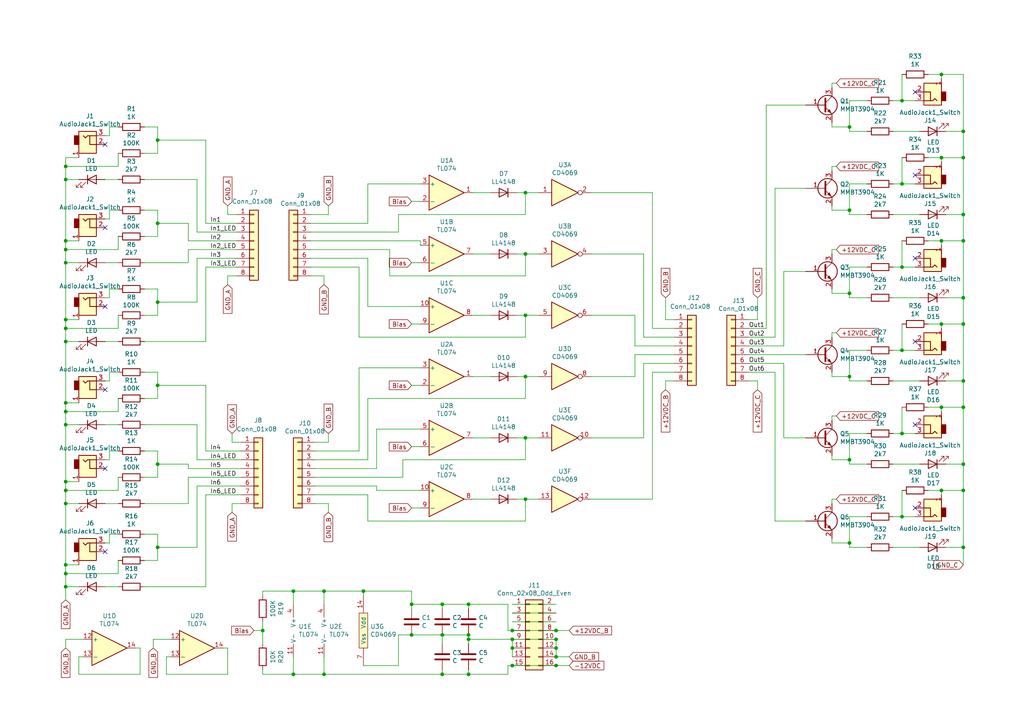
<source format=kicad_sch>
(kicad_sch (version 20250114) (generator "eeschema") (generator_version "9.0")
  (paper "A4")
  (junction (at 273.05 118.11))
  (junction (at 76.2 182.88))
  (junction (at 279.4 69.85))
  (junction (at 152.4 91.44))
  (junction (at 261.62 77.47))
  (junction (at 279.4 142.24))
  (junction (at 279.4 45.72))
  (junction (at 128.27 184.15))
  (junction (at 105.41 171.45))
  (junction (at 45.72 87.63))
  (junction (at 279.4 86.36))
  (junction (at 148.59 185.42))
  (junction (at 93.98 195.58))
  (junction (at 19.05 166.37))
  (junction (at 261.62 101.6))
  (junction (at 279.4 118.11))
  (junction (at 45.72 40.64))
  (junction (at 273.05 93.98))
  (junction (at 279.4 134.62))
  (junction (at 85.09 171.45))
  (junction (at 246.38 109.22))
  (junction (at 161.29 193.04))
  (junction (at 161.29 190.5))
  (junction (at 279.4 38.1))
  (junction (at 135.89 195.58))
  (junction (at 19.05 69.85))
  (junction (at 93.98 171.45))
  (junction (at 246.38 85.09))
  (junction (at 19.05 48.26))
  (junction (at 85.09 195.58))
  (junction (at 19.05 119.38))
  (junction (at 152.4 73.66))
  (junction (at 152.4 144.78))
  (junction (at 279.4 158.75))
  (junction (at 261.62 29.21))
  (junction (at 119.38 184.15))
  (junction (at 19.05 170.18))
  (junction (at 273.05 21.59))
  (junction (at 152.4 127))
  (junction (at 273.05 142.24))
  (junction (at 45.72 158.75))
  (junction (at 19.05 163.83))
  (junction (at 152.4 109.22))
  (junction (at 45.72 134.62))
  (junction (at 19.05 142.24))
  (junction (at 135.89 185.42))
  (junction (at 128.27 195.58))
  (junction (at 161.29 187.96))
  (junction (at 273.05 45.72))
  (junction (at 246.38 157.48))
  (junction (at 279.4 110.49))
  (junction (at 246.38 60.96))
  (junction (at 261.62 149.86))
  (junction (at 45.72 111.76))
  (junction (at 135.89 175.26))
  (junction (at 19.05 99.06))
  (junction (at 161.29 182.88))
  (junction (at 19.05 139.7))
  (junction (at 19.05 146.05))
  (junction (at 161.29 185.42))
  (junction (at 261.62 125.73))
  (junction (at 19.05 76.2))
  (junction (at 246.38 133.35))
  (junction (at 19.05 123.19))
  (junction (at 148.59 193.04))
  (junction (at 135.89 184.15))
  (junction (at 261.62 53.34))
  (junction (at 19.05 116.84))
  (junction (at 45.72 64.77))
  (junction (at 19.05 95.25))
  (junction (at 246.38 36.83))
  (junction (at 152.4 55.88))
  (junction (at 119.38 175.26))
  (junction (at 19.05 72.39))
  (junction (at 273.05 69.85))
  (junction (at 148.59 187.96))
  (junction (at 279.4 62.23))
  (junction (at 279.4 93.98))
  (junction (at 128.27 175.26))
  (junction (at 19.05 92.71))
  (junction (at 19.05 52.07))
  (junction (at 148.59 182.88))
  (no_connect (at 265.43 123.19))
  (no_connect (at 265.43 147.32))
  (no_connect (at 30.48 113.03))
  (no_connect (at 265.43 26.67))
  (no_connect (at 30.48 41.91))
  (no_connect (at 30.48 135.89))
  (no_connect (at 265.43 99.06))
  (no_connect (at 30.48 88.9))
  (no_connect (at 30.48 66.04))
  (no_connect (at 265.43 50.8))
  (no_connect (at 30.48 160.02))
  (no_connect (at 265.43 74.93))
  (wire (pts (xy 34.29 72.39) (xy 19.05 72.39)))
  (wire (pts (xy 41.91 146.05) (xy 54.61 146.05)))
  (wire (pts (xy 54.61 64.77) (xy 54.61 69.85)))
  (wire (pts (xy 165.1 193.04) (xy 161.29 193.04)))
  (wire (pts (xy 34.29 48.26) (xy 19.05 48.26)))
  (wire (pts (xy 137.16 127) (xy 142.24 127)))
  (wire (pts (xy 41.91 52.07) (xy 57.15 52.07)))
  (wire (pts (xy 104.14 130.81) (xy 104.14 106.68)))
  (wire (pts (xy 242.57 72.39) (xy 241.3 72.39)))
  (wire (pts (xy 261.62 77.47) (xy 265.43 77.47)))
  (wire (pts (xy 193.04 92.71) (xy 195.58 92.71)))
  (wire (pts (xy 45.72 87.63) (xy 45.72 91.44)))
  (wire (pts (xy 148.59 190.5) (xy 148.59 187.96)))
  (wire (pts (xy 137.16 55.88) (xy 142.24 55.88)))
  (wire (pts (xy 246.38 53.34) (xy 246.38 60.96)))
  (wire (pts (xy 54.61 135.89) (xy 54.61 134.62)))
  (wire (pts (xy 149.86 55.88) (xy 152.4 55.88)))
  (wire (pts (xy 34.29 68.58) (xy 34.29 72.39)))
  (wire (pts (xy 30.48 157.48) (xy 31.75 157.48)))
  (wire (pts (xy 217.17 110.49) (xy 219.71 110.49)))
  (wire (pts (xy 57.15 158.75) (xy 45.72 158.75)))
  (wire (pts (xy 279.4 62.23) (xy 279.4 69.85)))
  (wire (pts (xy 148.59 175.26) (xy 161.29 175.26)))
  (wire (pts (xy 147.32 195.58) (xy 147.32 193.04)))
  (wire (pts (xy 45.72 134.62) (xy 45.72 138.43)))
  (wire (pts (xy 279.4 118.11) (xy 279.4 134.62)))
  (wire (pts (xy 279.4 134.62) (xy 279.4 142.24)))
  (wire (pts (xy 19.05 142.24) (xy 19.05 146.05)))
  (wire (pts (xy 93.98 195.58) (xy 93.98 190.5)))
  (wire (pts (xy 193.04 110.49) (xy 193.04 113.03)))
  (wire (pts (xy 152.4 133.35) (xy 152.4 127)))
  (wire (pts (xy 273.05 45.72) (xy 273.05 46.99)))
  (wire (pts (xy 121.92 69.85) (xy 121.92 71.12)))
  (wire (pts (xy 259.08 149.86) (xy 261.62 149.86)))
  (wire (pts (xy 106.68 143.51) (xy 106.68 151.13)))
  (wire (pts (xy 67.31 128.27) (xy 67.31 125.73)))
  (wire (pts (xy 67.31 146.05) (xy 67.31 148.59)))
  (wire (pts (xy 34.29 170.18) (xy 30.48 170.18)))
  (wire (pts (xy 41.91 170.18) (xy 59.69 170.18)))
  (wire (pts (xy 45.72 64.77) (xy 45.72 68.58)))
  (wire (pts (xy 186.69 127) (xy 171.45 127)))
  (wire (pts (xy 261.62 21.59) (xy 261.62 29.21)))
  (wire (pts (xy 90.17 67.31) (xy 115.57 67.31)))
  (wire (pts (xy 241.3 132.08) (xy 241.3 133.35)))
  (wire (pts (xy 195.58 105.41) (xy 186.69 105.41)))
  (wire (pts (xy 49.53 185.42) (xy 44.45 185.42)))
  (wire (pts (xy 95.25 59.69) (xy 95.25 62.23)))
  (wire (pts (xy 195.58 107.95) (xy 189.23 107.95)))
  (wire (pts (xy 279.4 45.72) (xy 273.05 45.72)))
  (wire (pts (xy 128.27 186.69) (xy 128.27 184.15)))
  (wire (pts (xy 31.75 63.5) (xy 31.75 60.96)))
  (wire (pts (xy 251.46 29.21) (xy 246.38 29.21)))
  (wire (pts (xy 273.05 69.85) (xy 273.05 71.12)))
  (wire (pts (xy 217.17 92.71) (xy 219.71 92.71)))
  (wire (pts (xy 31.75 107.95) (xy 34.29 107.95)))
  (wire (pts (xy 259.08 110.49) (xy 266.7 110.49)))
  (wire (pts (xy 242.57 48.26) (xy 241.3 48.26)))
  (wire (pts (xy 152.4 144.78) (xy 156.21 144.78)))
  (wire (pts (xy 224.79 107.95) (xy 224.79 151.13)))
  (wire (pts (xy 106.68 64.77) (xy 106.68 53.34)))
  (wire (pts (xy 45.72 36.83) (xy 45.72 40.64)))
  (wire (pts (xy 91.44 146.05) (xy 95.25 146.05)))
  (wire (pts (xy 104.14 97.79) (xy 152.4 97.79)))
  (wire (pts (xy 22.86 190.5) (xy 24.13 190.5)))
  (wire (pts (xy 147.32 182.88) (xy 147.32 175.26)))
  (wire (pts (xy 184.15 91.44) (xy 184.15 100.33)))
  (wire (pts (xy 273.05 118.11) (xy 273.05 119.38)))
  (wire (pts (xy 19.05 69.85) (xy 22.86 69.85)))
  (wire (pts (xy 161.29 193.04) (xy 148.59 193.04)))
  (wire (pts (xy 246.38 38.1) (xy 251.46 38.1)))
  (wire (pts (xy 69.85 140.97) (xy 57.15 140.97)))
  (wire (pts (xy 246.38 29.21) (xy 246.38 36.83)))
  (wire (pts (xy 19.05 146.05) (xy 19.05 163.83)))
  (wire (pts (xy 106.68 115.57) (xy 152.4 115.57)))
  (wire (pts (xy 193.04 86.36) (xy 193.04 92.71)))
  (wire (pts (xy 59.69 111.76) (xy 59.69 130.81)))
  (wire (pts (xy 279.4 69.85) (xy 273.05 69.85)))
  (wire (pts (xy 241.3 156.21) (xy 241.3 157.48)))
  (wire (pts (xy 34.29 99.06) (xy 30.48 99.06)))
  (wire (pts (xy 119.38 171.45) (xy 119.38 175.26)))
  (wire (pts (xy 34.29 146.05) (xy 30.48 146.05)))
  (wire (pts (xy 279.4 163.83) (xy 279.4 158.75)))
  (wire (pts (xy 121.92 147.32) (xy 119.38 147.32)))
  (wire (pts (xy 119.38 175.26) (xy 119.38 176.53)))
  (wire (pts (xy 91.44 138.43) (xy 116.84 138.43)))
  (wire (pts (xy 119.38 58.42) (xy 121.92 58.42)))
  (wire (pts (xy 251.46 125.73) (xy 246.38 125.73)))
  (wire (pts (xy 57.15 140.97) (xy 57.15 158.75)))
  (wire (pts (xy 31.75 130.81) (xy 34.29 130.81)))
  (wire (pts (xy 269.24 69.85) (xy 273.05 69.85)))
  (wire (pts (xy 68.58 62.23) (xy 66.04 62.23)))
  (wire (pts (xy 85.09 171.45) (xy 76.2 171.45)))
  (wire (pts (xy 119.38 184.15) (xy 128.27 184.15)))
  (wire (pts (xy 22.86 76.2) (xy 19.05 76.2)))
  (wire (pts (xy 274.32 86.36) (xy 279.4 86.36)))
  (wire (pts (xy 106.68 133.35) (xy 106.68 115.57)))
  (wire (pts (xy 45.72 154.94) (xy 45.72 158.75)))
  (wire (pts (xy 279.4 93.98) (xy 273.05 93.98)))
  (wire (pts (xy 279.4 142.24) (xy 273.05 142.24)))
  (wire (pts (xy 19.05 163.83) (xy 22.86 163.83)))
  (wire (pts (xy 121.92 129.54) (xy 119.38 129.54)))
  (wire (pts (xy 95.25 146.05) (xy 95.25 148.59)))
  (wire (pts (xy 152.4 109.22) (xy 156.21 109.22)))
  (wire (pts (xy 30.48 39.37) (xy 31.75 39.37)))
  (wire (pts (xy 57.15 67.31) (xy 68.58 67.31)))
  (wire (pts (xy 261.62 101.6) (xy 265.43 101.6)))
  (wire (pts (xy 116.84 138.43) (xy 116.84 133.35)))
  (wire (pts (xy 242.57 96.52) (xy 241.3 96.52)))
  (wire (pts (xy 274.32 110.49) (xy 279.4 110.49)))
  (wire (pts (xy 222.25 95.25) (xy 222.25 30.48)))
  (wire (pts (xy 41.91 123.19) (xy 57.15 123.19)))
  (wire (pts (xy 269.24 93.98) (xy 273.05 93.98)))
  (wire (pts (xy 161.29 185.42) (xy 161.29 187.96)))
  (wire (pts (xy 41.91 83.82) (xy 45.72 83.82)))
  (wire (pts (xy 116.84 133.35) (xy 152.4 133.35)))
  (wire (pts (xy 161.29 182.88) (xy 148.59 182.88)))
  (wire (pts (xy 66.04 62.23) (xy 66.04 59.69)))
  (wire (pts (xy 184.15 109.22) (xy 171.45 109.22)))
  (wire (pts (xy 246.38 133.35) (xy 246.38 134.62)))
  (wire (pts (xy 273.05 21.59) (xy 273.05 22.86)))
  (wire (pts (xy 113.03 80.01) (xy 152.4 80.01)))
  (wire (pts (xy 54.61 72.39) (xy 54.61 76.2)))
  (wire (pts (xy 45.72 162.56) (xy 41.91 162.56)))
  (wire (pts (xy 109.22 142.24) (xy 121.92 142.24)))
  (wire (pts (xy 57.15 123.19) (xy 57.15 133.35)))
  (wire (pts (xy 219.71 110.49) (xy 219.71 113.03)))
  (wire (pts (xy 279.4 21.59) (xy 273.05 21.59)))
  (wire (pts (xy 85.09 171.45) (xy 93.98 171.45)))
  (wire (pts (xy 31.75 36.83) (xy 34.29 36.83)))
  (wire (pts (xy 54.61 69.85) (xy 68.58 69.85)))
  (wire (pts (xy 227.33 105.41) (xy 227.33 127)))
  (wire (pts (xy 274.32 158.75) (xy 279.4 158.75)))
  (wire (pts (xy 246.38 85.09) (xy 246.38 86.36)))
  (wire (pts (xy 19.05 170.18) (xy 19.05 173.99)))
  (wire (pts (xy 128.27 175.26) (xy 128.27 176.53)))
  (wire (pts (xy 119.38 175.26) (xy 128.27 175.26)))
  (wire (pts (xy 269.24 21.59) (xy 273.05 21.59)))
  (wire (pts (xy 41.91 76.2) (xy 54.61 76.2)))
  (wire (pts (xy 19.05 76.2) (xy 19.05 92.71)))
  (wire (pts (xy 137.16 73.66) (xy 142.24 73.66)))
  (wire (pts (xy 95.25 128.27) (xy 91.44 128.27)))
  (wire (pts (xy 34.29 138.43) (xy 34.29 142.24)))
  (wire (pts (xy 161.29 180.34) (xy 148.59 180.34)))
  (wire (pts (xy 259.08 38.1) (xy 266.7 38.1)))
  (wire (pts (xy 259.08 125.73) (xy 261.62 125.73)))
  (wire (pts (xy 57.15 133.35) (xy 69.85 133.35)))
  (wire (pts (xy 149.86 73.66) (xy 152.4 73.66)))
  (wire (pts (xy 186.69 105.41) (xy 186.69 127)))
  (wire (pts (xy 31.75 60.96) (xy 34.29 60.96)))
  (wire (pts (xy 135.89 175.26) (xy 128.27 175.26)))
  (wire (pts (xy 41.91 36.83) (xy 45.72 36.83)))
  (wire (pts (xy 161.29 185.42) (xy 148.59 185.42)))
  (wire (pts (xy 246.38 125.73) (xy 246.38 133.35)))
  (wire (pts (xy 149.86 127) (xy 152.4 127)))
  (wire (pts (xy 45.72 91.44) (xy 41.91 91.44)))
  (wire (pts (xy 189.23 144.78) (xy 171.45 144.78)))
  (wire (pts (xy 246.38 101.6) (xy 246.38 109.22)))
  (wire (pts (xy 19.05 116.84) (xy 22.86 116.84)))
  (wire (pts (xy 241.3 36.83) (xy 246.38 36.83)))
  (wire (pts (xy 189.23 107.95) (xy 189.23 144.78)))
  (wire (pts (xy 76.2 171.45) (xy 76.2 172.72)))
  (wire (pts (xy 274.32 38.1) (xy 279.4 38.1)))
  (wire (pts (xy 31.75 133.35) (xy 31.75 130.81)))
  (wire (pts (xy 135.89 175.26) (xy 135.89 176.53)))
  (wire (pts (xy 22.86 195.58) (xy 22.86 190.5)))
  (wire (pts (xy 34.29 166.37) (xy 19.05 166.37)))
  (wire (pts (xy 246.38 158.75) (xy 251.46 158.75)))
  (wire (pts (xy 147.32 193.04) (xy 148.59 193.04)))
  (wire (pts (xy 45.72 44.45) (xy 41.91 44.45)))
  (wire (pts (xy 90.17 80.01) (xy 93.98 80.01)))
  (wire (pts (xy 30.48 133.35) (xy 31.75 133.35)))
  (wire (pts (xy 90.17 69.85) (xy 121.92 69.85)))
  (wire (pts (xy 54.61 138.43) (xy 54.61 146.05)))
  (wire (pts (xy 31.75 110.49) (xy 31.75 107.95)))
  (wire (pts (xy 259.08 53.34) (xy 261.62 53.34)))
  (wire (pts (xy 93.98 171.45) (xy 93.98 175.26)))
  (wire (pts (xy 34.29 91.44) (xy 34.29 95.25)))
  (wire (pts (xy 41.91 60.96) (xy 45.72 60.96)))
  (wire (pts (xy 39.37 187.96) (xy 40.64 187.96)))
  (wire (pts (xy 246.38 36.83) (xy 246.38 38.1)))
  (wire (pts (xy 19.05 116.84) (xy 19.05 119.38)))
  (wire (pts (xy 241.3 109.22) (xy 246.38 109.22)))
  (wire (pts (xy 149.86 109.22) (xy 152.4 109.22)))
  (wire (pts (xy 279.4 21.59) (xy 279.4 38.1)))
  (wire (pts (xy 233.68 78.74) (xy 227.33 78.74)))
  (wire (pts (xy 19.05 185.42) (xy 19.05 187.96)))
  (wire (pts (xy 186.69 73.66) (xy 186.69 97.79)))
  (wire (pts (xy 59.69 143.51) (xy 59.69 170.18)))
  (wire (pts (xy 106.68 151.13) (xy 152.4 151.13)))
  (wire (pts (xy 68.58 64.77) (xy 59.69 64.77)))
  (wire (pts (xy 105.41 171.45) (xy 119.38 171.45)))
  (wire (pts (xy 251.46 77.47) (xy 246.38 77.47)))
  (wire (pts (xy 115.57 62.23) (xy 152.4 62.23)))
  (wire (pts (xy 152.4 55.88) (xy 156.21 55.88)))
  (wire (pts (xy 241.3 60.96) (xy 246.38 60.96)))
  (wire (pts (xy 261.62 53.34) (xy 265.43 53.34)))
  (wire (pts (xy 57.15 87.63) (xy 45.72 87.63)))
  (wire (pts (xy 279.4 69.85) (xy 279.4 86.36)))
  (wire (pts (xy 68.58 72.39) (xy 54.61 72.39)))
  (wire (pts (xy 19.05 45.72) (xy 22.86 45.72)))
  (wire (pts (xy 241.3 72.39) (xy 241.3 73.66)))
  (wire (pts (xy 109.22 135.89) (xy 109.22 124.46)))
  (wire (pts (xy 195.58 102.87) (xy 184.15 102.87)))
  (wire (pts (xy 30.48 86.36) (xy 31.75 86.36)))
  (wire (pts (xy 45.72 130.81) (xy 45.72 134.62)))
  (wire (pts (xy 19.05 119.38) (xy 19.05 123.19)))
  (wire (pts (xy 22.86 170.18) (xy 19.05 170.18)))
  (wire (pts (xy 45.72 107.95) (xy 45.72 111.76)))
  (wire (pts (xy 259.08 62.23) (xy 266.7 62.23)))
  (wire (pts (xy 233.68 54.61) (xy 224.79 54.61)))
  (wire (pts (xy 217.17 107.95) (xy 224.79 107.95)))
  (wire (pts (xy 165.1 190.5) (xy 161.29 190.5)))
  (wire (pts (xy 19.05 92.71) (xy 22.86 92.71)))
  (wire (pts (xy 85.09 175.26) (xy 85.09 171.45)))
  (wire (pts (xy 31.75 86.36) (xy 31.75 83.82)))
  (wire (pts (xy 241.3 83.82) (xy 241.3 85.09)))
  (wire (pts (xy 261.62 93.98) (xy 261.62 101.6)))
  (wire (pts (xy 224.79 151.13) (xy 233.68 151.13)))
  (wire (pts (xy 85.09 195.58) (xy 93.98 195.58)))
  (wire (pts (xy 22.86 52.07) (xy 19.05 52.07)))
  (wire (pts (xy 246.38 62.23) (xy 251.46 62.23)))
  (wire (pts (xy 93.98 80.01) (xy 93.98 82.55)))
  (wire (pts (xy 19.05 72.39) (xy 19.05 76.2)))
  (wire (pts (xy 115.57 184.15) (xy 119.38 184.15)))
  (wire (pts (xy 91.44 143.51) (xy 106.68 143.51)))
  (wire (pts (xy 246.38 86.36) (xy 251.46 86.36)))
  (wire (pts (xy 128.27 194.31) (xy 128.27 195.58)))
  (wire (pts (xy 64.77 187.96) (xy 66.04 187.96)))
  (wire (pts (xy 31.75 154.94) (xy 34.29 154.94)))
  (wire (pts (xy 241.3 35.56) (xy 241.3 36.83)))
  (wire (pts (xy 135.89 186.69) (xy 135.89 185.42)))
  (wire (pts (xy 76.2 182.88) (xy 76.2 180.34)))
  (wire (pts (xy 279.4 118.11) (xy 273.05 118.11)))
  (wire (pts (xy 91.44 133.35) (xy 106.68 133.35)))
  (wire (pts (xy 54.61 134.62) (xy 45.72 134.62)))
  (wire (pts (xy 246.38 109.22) (xy 246.38 110.49)))
  (wire (pts (xy 251.46 53.34) (xy 246.38 53.34)))
  (wire (pts (xy 241.3 96.52) (xy 241.3 97.79)))
  (wire (pts (xy 184.15 100.33) (xy 195.58 100.33)))
  (wire (pts (xy 45.72 138.43) (xy 41.91 138.43)))
  (wire (pts (xy 246.38 134.62) (xy 251.46 134.62)))
  (wire (pts (xy 195.58 95.25) (xy 189.23 95.25)))
  (wire (pts (xy 93.98 171.45) (xy 105.41 171.45)))
  (wire (pts (xy 246.38 60.96) (xy 246.38 62.23)))
  (wire (pts (xy 195.58 110.49) (xy 193.04 110.49)))
  (wire (pts (xy 41.91 154.94) (xy 45.72 154.94)))
  (wire (pts (xy 19.05 139.7) (xy 22.86 139.7)))
  (wire (pts (xy 113.03 72.39) (xy 113.03 80.01)))
  (wire (pts (xy 149.86 91.44) (xy 152.4 91.44)))
  (wire (pts (xy 217.17 105.41) (xy 227.33 105.41)))
  (wire (pts (xy 19.05 52.07) (xy 19.05 69.85)))
  (wire (pts (xy 91.44 140.97) (xy 109.22 140.97)))
  (wire (pts (xy 227.33 78.74) (xy 227.33 100.33)))
  (wire (pts (xy 34.29 162.56) (xy 34.29 166.37)))
  (wire (pts (xy 66.04 187.96) (xy 66.04 195.58)))
  (wire (pts (xy 19.05 123.19) (xy 19.05 139.7)))
  (wire (pts (xy 104.14 106.68) (xy 121.92 106.68)))
  (wire (pts (xy 242.57 120.65) (xy 241.3 120.65)))
  (wire (pts (xy 261.62 125.73) (xy 265.43 125.73)))
  (wire (pts (xy 76.2 195.58) (xy 76.2 194.31)))
  (wire (pts (xy 95.25 125.73) (xy 95.25 128.27)))
  (wire (pts (xy 106.68 74.93) (xy 106.68 88.9)))
  (wire (pts (xy 269.24 142.24) (xy 273.05 142.24)))
  (wire (pts (xy 95.25 62.23) (xy 90.17 62.23)))
  (wire (pts (xy 161.29 187.96) (xy 161.29 190.5)))
  (wire (pts (xy 227.33 127) (xy 233.68 127)))
  (wire (pts (xy 68.58 74.93) (xy 57.15 74.93)))
  (wire (pts (xy 30.48 110.49) (xy 31.75 110.49)))
  (wire (pts (xy 34.29 115.57) (xy 34.29 119.38)))
  (wire (pts (xy 241.3 59.69) (xy 241.3 60.96)))
  (wire (pts (xy 76.2 182.88) (xy 73.66 182.88)))
  (wire (pts (xy 152.4 73.66) (xy 156.21 73.66)))
  (wire (pts (xy 152.4 151.13) (xy 152.4 144.78)))
  (wire (pts (xy 57.15 52.07) (xy 57.15 67.31)))
  (wire (pts (xy 233.68 102.87) (xy 217.17 102.87)))
  (wire (pts (xy 45.72 115.57) (xy 41.91 115.57)))
  (wire (pts (xy 137.16 91.44) (xy 142.24 91.44)))
  (wire (pts (xy 41.91 130.81) (xy 45.72 130.81)))
  (wire (pts (xy 121.92 111.76) (xy 119.38 111.76)))
  (wire (pts (xy 251.46 149.86) (xy 246.38 149.86)))
  (wire (pts (xy 259.08 77.47) (xy 261.62 77.47)))
  (wire (pts (xy 34.29 95.25) (xy 19.05 95.25)))
  (wire (pts (xy 135.89 185.42) (xy 135.89 184.15)))
  (wire (pts (xy 45.72 64.77) (xy 54.61 64.77)))
  (wire (pts (xy 242.57 24.13) (xy 241.3 24.13)))
  (wire (pts (xy 34.29 123.19) (xy 30.48 123.19)))
  (wire (pts (xy 109.22 124.46) (xy 121.92 124.46)))
  (wire (pts (xy 45.72 68.58) (xy 41.91 68.58)))
  (wire (pts (xy 269.24 118.11) (xy 273.05 118.11)))
  (wire (pts (xy 241.3 133.35) (xy 246.38 133.35)))
  (wire (pts (xy 171.45 73.66) (xy 186.69 73.66)))
  (wire (pts (xy 279.4 93.98) (xy 279.4 110.49)))
  (wire (pts (xy 246.38 157.48) (xy 246.38 158.75)))
  (wire (pts (xy 128.27 195.58) (xy 135.89 195.58)))
  (wire (pts (xy 217.17 95.25) (xy 222.25 95.25)))
  (wire (pts (xy 261.62 45.72) (xy 261.62 53.34)))
  (wire (pts (xy 31.75 83.82) (xy 34.29 83.82)))
  (wire (pts (xy 45.72 111.76) (xy 59.69 111.76)))
  (wire (pts (xy 259.08 86.36) (xy 266.7 86.36)))
  (wire (pts (xy 19.05 99.06) (xy 19.05 116.84)))
  (wire (pts (xy 241.3 24.13) (xy 241.3 25.4)))
  (wire (pts (xy 165.1 182.88) (xy 161.29 182.88)))
  (wire (pts (xy 184.15 102.87) (xy 184.15 109.22)))
  (wire (pts (xy 147.32 175.26) (xy 135.89 175.26)))
  (wire (pts (xy 148.59 187.96) (xy 148.59 185.42)))
  (wire (pts (xy 66.04 80.01) (xy 66.04 82.55)))
  (wire (pts (xy 59.69 77.47) (xy 59.69 99.06)))
  (wire (pts (xy 259.08 134.62) (xy 266.7 134.62)))
  (wire (pts (xy 76.2 186.69) (xy 76.2 182.88)))
  (wire (pts (xy 45.72 40.64) (xy 45.72 44.45)))
  (wire (pts (xy 171.45 91.44) (xy 184.15 91.44)))
  (wire (pts (xy 189.23 55.88) (xy 171.45 55.88)))
  (wire (pts (xy 85.09 190.5) (xy 85.09 195.58)))
  (wire (pts (xy 105.41 193.04) (xy 115.57 193.04)))
  (wire (pts (xy 57.15 74.93) (xy 57.15 87.63)))
  (wire (pts (xy 279.4 142.24) (xy 279.4 158.75)))
  (wire (pts (xy 22.86 123.19) (xy 19.05 123.19)))
  (wire (pts (xy 34.29 44.45) (xy 34.29 48.26)))
  (wire (pts (xy 186.69 97.79) (xy 195.58 97.79)))
  (wire (pts (xy 274.32 134.62) (xy 279.4 134.62)))
  (wire (pts (xy 19.05 139.7) (xy 19.05 142.24)))
  (wire (pts (xy 34.29 142.24) (xy 19.05 142.24)))
  (wire (pts (xy 251.46 101.6) (xy 246.38 101.6)))
  (wire (pts (xy 115.57 193.04) (xy 115.57 184.15)))
  (wire (pts (xy 69.85 143.51) (xy 59.69 143.51)))
  (wire (pts (xy 246.38 77.47) (xy 246.38 85.09)))
  (wire (pts (xy 152.4 91.44) (xy 156.21 91.44)))
  (wire (pts (xy 19.05 92.71) (xy 19.05 95.25)))
  (wire (pts (xy 279.4 110.49) (xy 279.4 118.11)))
  (wire (pts (xy 259.08 29.21) (xy 261.62 29.21)))
  (wire (pts (xy 69.85 128.27) (xy 67.31 128.27)))
  (wire (pts (xy 69.85 138.43) (xy 54.61 138.43)))
  (wire (pts (xy 219.71 92.71) (xy 219.71 86.36)))
  (wire (pts (xy 261.62 69.85) (xy 261.62 77.47)))
  (wire (pts (xy 19.05 95.25) (xy 19.05 99.06)))
  (wire (pts (xy 135.89 195.58) (xy 147.32 195.58)))
  (wire (pts (xy 106.68 53.34) (xy 121.92 53.34)))
  (wire (pts (xy 137.16 144.78) (xy 142.24 144.78)))
  (wire (pts (xy 148.59 182.88) (xy 147.32 182.88)))
  (wire (pts (xy 274.32 62.23) (xy 279.4 62.23)))
  (wire (pts (xy 45.72 60.96) (xy 45.72 64.77)))
  (wire (pts (xy 246.38 110.49) (xy 251.46 110.49)))
  (wire (pts (xy 68.58 80.01) (xy 66.04 80.01)))
  (wire (pts (xy 152.4 127) (xy 156.21 127)))
  (wire (pts (xy 45.72 83.82) (xy 45.72 87.63)))
  (wire (pts (xy 66.04 195.58) (xy 48.26 195.58)))
  (wire (pts (xy 279.4 38.1) (xy 279.4 45.72)))
  (wire (pts (xy 121.92 93.98) (xy 119.38 93.98)))
  (wire (pts (xy 241.3 85.09) (xy 246.38 85.09)))
  (wire (pts (xy 45.72 158.75) (xy 45.72 162.56)))
  (wire (pts (xy 22.86 99.06) (xy 19.05 99.06)))
  (wire (pts (xy 24.13 185.42) (xy 19.05 185.42)))
  (wire (pts (xy 69.85 146.05) (xy 67.31 146.05)))
  (wire (pts (xy 261.62 142.24) (xy 261.62 149.86)))
  (wire (pts (xy 91.44 130.81) (xy 104.14 130.81)))
  (wire (pts (xy 30.48 63.5) (xy 31.75 63.5)))
  (wire (pts (xy 19.05 166.37) (xy 19.05 170.18)))
  (wire (pts (xy 68.58 77.47) (xy 59.69 77.47)))
  (wire (pts (xy 241.3 107.95) (xy 241.3 109.22)))
  (wire (pts (xy 40.64 195.58) (xy 22.86 195.58)))
  (wire (pts (xy 135.89 195.58) (xy 135.89 194.31)))
  (wire (pts (xy 137.16 109.22) (xy 142.24 109.22)))
  (wire (pts (xy 189.23 95.25) (xy 189.23 55.88)))
  (wire (pts (xy 41.91 107.95) (xy 45.72 107.95)))
  (wire (pts (xy 128.27 195.58) (xy 93.98 195.58)))
  (wire (pts (xy 31.75 157.48) (xy 31.75 154.94)))
  (wire (pts (xy 222.25 30.48) (xy 233.68 30.48)))
  (wire (pts (xy 19.05 69.85) (xy 19.05 72.39)))
  (wire (pts (xy 104.14 77.47) (xy 104.14 97.79)))
  (wire (pts (xy 241.3 157.48) (xy 246.38 157.48)))
  (wire (pts (xy 269.24 45.72) (xy 273.05 45.72)))
  (wire (pts (xy 241.3 120.65) (xy 241.3 121.92)))
  (wire (pts (xy 161.29 177.8) (xy 148.59 177.8)))
  (wire (pts (xy 128.27 184.15) (xy 135.89 184.15)))
  (wire (pts (xy 90.17 77.47) (xy 104.14 77.47)))
  (wire (pts (xy 59.69 64.77) (xy 59.69 40.64)))
  (wire (pts (xy 91.44 135.89) (xy 109.22 135.89)))
  (wire (pts (xy 152.4 80.01) (xy 152.4 73.66)))
  (wire (pts (xy 241.3 48.26) (xy 241.3 49.53)))
  (wire (pts (xy 34.29 119.38) (xy 19.05 119.38)))
  (wire (pts (xy 48.26 195.58) (xy 48.26 190.5)))
  (wire (pts (xy 152.4 62.23) (xy 152.4 55.88)))
  (wire (pts (xy 19.05 163.83) (xy 19.05 166.37)))
  (wire (pts (xy 40.64 187.96) (xy 40.64 195.58)))
  (wire (pts (xy 241.3 144.78) (xy 241.3 146.05)))
  (wire (pts (xy 90.17 64.77) (xy 106.68 64.77)))
  (wire (pts (xy 261.62 29.21) (xy 265.43 29.21)))
  (wire (pts (xy 148.59 185.42) (xy 135.89 185.42)))
  (wire (pts (xy 259.08 158.75) (xy 266.7 158.75)))
  (wire (pts (xy 259.08 101.6) (xy 261.62 101.6)))
  (wire (pts (xy 19.05 48.26) (xy 19.05 52.07)))
  (wire (pts (xy 246.38 149.86) (xy 246.38 157.48)))
  (wire (pts (xy 59.69 130.81) (xy 69.85 130.81)))
  (wire (pts (xy 279.4 86.36) (xy 279.4 93.98)))
  (wire (pts (xy 48.26 190.5) (xy 49.53 190.5)))
  (wire (pts (xy 105.41 171.45) (xy 105.41 172.72)))
  (wire (pts (xy 19.05 45.72) (xy 19.05 48.26)))
  (wire (pts (xy 119.38 76.2) (xy 121.92 76.2)))
  (wire (pts (xy 273.05 142.24) (xy 273.05 143.51)))
  (wire (pts (xy 34.29 52.07) (xy 30.48 52.07)))
  (wire (pts (xy 31.75 39.37) (xy 31.75 36.83)))
  (wire (pts (xy 59.69 40.64) (xy 45.72 40.64)))
  (wire (pts (xy 106.68 88.9) (xy 121.92 88.9)))
  (wire (pts (xy 149.86 144.78) (xy 152.4 144.78)))
  (wire (pts (xy 261.62 118.11) (xy 261.62 125.73)))
  (wire (pts (xy 34.29 76.2) (xy 30.48 76.2)))
  (wire (pts (xy 109.22 140.97) (xy 109.22 142.24)))
  (wire (pts (xy 85.09 195.58) (xy 76.2 195.58)))
  (wire (pts (xy 44.45 185.42) (xy 44.45 187.96)))
  (wire (pts (xy 224.79 97.79) (xy 217.17 97.79)))
  (wire (pts (xy 279.4 45.72) (xy 279.4 62.23)))
  (wire (pts (xy 45.72 111.76) (xy 45.72 115.57)))
  (wire (pts (xy 115.57 67.31) (xy 115.57 62.23)))
  (wire (pts (xy 224.79 54.61) (xy 224.79 97.79)))
  (wire (pts (xy 90.17 72.39) (xy 113.03 72.39)))
  (wire (pts (xy 152.4 115.57) (xy 152.4 109.22)))
  (wire (pts (xy 69.85 135.89) (xy 54.61 135.89)))
  (wire (pts (xy 242.57 144.78) (xy 241.3 144.78)))
  (wire (pts (xy 22.86 146.05) (xy 19.05 146.05)))
  (wire (pts (xy 41.91 99.06) (xy 59.69 99.06)))
  (wire (pts (xy 273.05 93.98) (xy 273.05 95.25)))
  (wire (pts (xy 261.62 149.86) (xy 265.43 149.86)))
  (wire (pts (xy 90.17 74.93) (xy 106.68 74.93)))
  (wire (pts (xy 152.4 97.79) (xy 152.4 91.44)))
  (wire (pts (xy 227.33 100.33) (xy 217.17 100.33)))
  (label "In6" (at 60.96 140.97 0))
  (label "In5_LED" (at 60.96 138.43 0))
  (label "In1" (at 60.96 64.77 0))
  (label "In4" (at 60.96 130.81 0))
  (label "Out6" (at 217.17 107.95 0))
  (label "In2_LED" (at 60.96 72.39 0))
  (label "Out2" (at 217.17 97.79 0))
  (label "In6_LED" (at 60.96 143.51 0))
  (label "Out1" (at 217.17 95.25 0))
  (label "Out5" (at 217.17 105.41 0))
  (label "Out4" (at 217.17 102.87 0))
  (label "In5" (at 60.96 135.89 0))
  (label "Out3" (at 217.17 100.33 0))
  (label "In4_LED" (at 60.96 133.35 0))
  (label "In3" (at 60.96 74.93 0))
  (label "In3_LED" (at 60.96 77.47 0))
  (label "In2" (at 60.96 69.85 0))
  (label "In1_LED" (at 60.96 67.31 0))
  (global_label "+12VDC_B" (shape input) (at 165.1 182.88 0) (property "Intersheetrefs" "${INTERSHEET_REFS}" (effects (hide yes))))
  (global_label "+12VDC_C" (shape input) (at 242.57 48.26 0) (property "Intersheetrefs" "${INTERSHEET_REFS}" (effects (hide yes))))
  (global_label "+12VDC_C" (shape input) (at 242.57 120.65 0) (property "Intersheetrefs" "${INTERSHEET_REFS}" (effects (hide yes))))
  (global_label "GND_C" (shape input) (at 279.4 163.83 180) (property "Intersheetrefs" "${INTERSHEET_REFS}" (effects (hide yes))))
  (global_label "GND_B" (shape input) (at 93.98 82.55 270) (property "Intersheetrefs" "${INTERSHEET_REFS}" (effects (hide yes))))
  (global_label "Bias" (shape input) (at 119.38 129.54 180) (property "Intersheetrefs" "${INTERSHEET_REFS}" (effects (hide yes))))
  (global_label "GND_B" (shape input) (at 95.25 148.59 270) (property "Intersheetrefs" "${INTERSHEET_REFS}" (effects (hide yes))))
  (global_label "GND_B" (shape input) (at 44.45 187.96 270) (property "Intersheetrefs" "${INTERSHEET_REFS}" (effects (hide yes))))
  (global_label "Bias" (shape input) (at 119.38 111.76 180) (property "Intersheetrefs" "${INTERSHEET_REFS}" (effects (hide yes))))
  (global_label "Bias" (shape input) (at 119.38 147.32 180) (property "Intersheetrefs" "${INTERSHEET_REFS}" (effects (hide yes))))
  (global_label "GND_A" (shape input) (at 19.05 173.99 270) (property "Intersheetrefs" "${INTERSHEET_REFS}" (effects (hide yes))))
  (global_label "+12VDC_C" (shape input) (at 219.71 113.03 270) (property "Intersheetrefs" "${INTERSHEET_REFS}" (effects (hide yes))))
  (global_label "GND_B" (shape input) (at 165.1 190.5 0) (property "Intersheetrefs" "${INTERSHEET_REFS}" (effects (hide yes))))
  (global_label "Bias" (shape input) (at 119.38 58.42 180) (property "Intersheetrefs" "${INTERSHEET_REFS}" (effects (hide yes))))
  (global_label "Bias" (shape input) (at 119.38 93.98 180) (property "Intersheetrefs" "${INTERSHEET_REFS}" (effects (hide yes))))
  (global_label "+12VDC_C" (shape input) (at 242.57 72.39 0) (property "Intersheetrefs" "${INTERSHEET_REFS}" (effects (hide yes))))
  (global_label "+12VDC_C" (shape input) (at 242.57 96.52 0) (property "Intersheetrefs" "${INTERSHEET_REFS}" (effects (hide yes))))
  (global_label "GND_B" (shape input) (at 193.04 86.36 90) (property "Intersheetrefs" "${INTERSHEET_REFS}" (effects (hide yes))))
  (global_label "Bias" (shape input) (at 73.66 182.88 180) (property "Intersheetrefs" "${INTERSHEET_REFS}" (effects (hide yes))))
  (global_label "+12VDC_C" (shape input) (at 242.57 144.78 0) (property "Intersheetrefs" "${INTERSHEET_REFS}" (effects (hide yes))))
  (global_label "+12VDC_B" (shape input) (at 193.04 113.03 270) (property "Intersheetrefs" "${INTERSHEET_REFS}" (effects (hide yes))))
  (global_label "GND_A" (shape input) (at 67.31 125.73 90) (property "Intersheetrefs" "${INTERSHEET_REFS}" (effects (hide yes))))
  (global_label "GND_A" (shape input) (at 66.04 59.69 90) (property "Intersheetrefs" "${INTERSHEET_REFS}" (effects (hide yes))))
  (global_label "GND_B" (shape input) (at 95.25 125.73 90) (property "Intersheetrefs" "${INTERSHEET_REFS}" (effects (hide yes))))
  (global_label "GND_C" (shape input) (at 219.71 86.36 90) (property "Intersheetrefs" "${INTERSHEET_REFS}" (effects (hide yes))))
  (global_label "GND_A" (shape input) (at 66.04 82.55 270) (property "Intersheetrefs" "${INTERSHEET_REFS}" (effects (hide yes))))
  (global_label "+12VDC_C" (shape input) (at 242.57 24.13 0) (property "Intersheetrefs" "${INTERSHEET_REFS}" (effects (hide yes))))
  (global_label "GND_B" (shape input) (at 19.05 187.96 270) (property "Intersheetrefs" "${INTERSHEET_REFS}" (effects (hide yes))))
  (global_label "GND_A" (shape input) (at 67.31 148.59 270) (property "Intersheetrefs" "${INTERSHEET_REFS}" (effects (hide yes))))
  (global_label "Bias" (shape input) (at 119.38 76.2 180) (property "Intersheetrefs" "${INTERSHEET_REFS}" (effects (hide yes))))
  (global_label "GND_B" (shape input) (at 95.25 59.69 90) (property "Intersheetrefs" "${INTERSHEET_REFS}" (effects (hide yes))))
  (global_label "-12VDC" (shape input) (at 165.1 193.04 0) (property "Intersheetrefs" "${INTERSHEET_REFS}" (effects (hide yes))))
  (symbol (lib_id "Transistor_BJT:MMBT3904") (at 238.76 30.48 0) (unit 1)
    (property "Reference" "Q1" (at 243.6114 29.3116 0) (effects (justify left)))
    (property "Value" "MMBT3904" (at 243.6114 31.623 0) (effects (justify left)))
    (property "Footprint" "TO_SOT_Packages_SMD:SOT-23" (effects (hide yes)))
    (property "Datasheet" "https://www.fairchildsemi.com/datasheets/2N/2N3904.pdf" (effects (hide yes)))
  )
  (symbol (lib_id "Transistor_BJT:MMBT3904") (at 238.76 54.61 0) (unit 1)
    (property "Reference" "Q2" (at 243.6114 53.4416 0) (effects (justify left)))
    (property "Value" "MMBT3904" (at 243.6114 55.753 0) (effects (justify left)))
    (property "Footprint" "TO_SOT_Packages_SMD:SOT-23" (effects (hide yes)))
    (property "Datasheet" "https://www.fairchildsemi.com/datasheets/2N/2N3904.pdf" (effects (hide yes)))
  )
  (symbol (lib_id "Transistor_BJT:MMBT3904") (at 238.76 78.74 0) (unit 1)
    (property "Reference" "Q3" (at 243.6114 77.5716 0) (effects (justify left)))
    (property "Value" "MMBT3904" (at 243.6114 79.883 0) (effects (justify left)))
    (property "Footprint" "TO_SOT_Packages_SMD:SOT-23" (effects (hide yes)))
    (property "Datasheet" "https://www.fairchildsemi.com/datasheets/2N/2N3904.pdf" (effects (hide yes)))
  )
  (symbol (lib_id "Transistor_BJT:MMBT3904") (at 238.76 102.87 0) (unit 1)
    (property "Reference" "Q4" (at 243.6114 101.7016 0) (effects (justify left)))
    (property "Value" "MMBT3904" (at 243.6114 104.013 0) (effects (justify left)))
    (property "Footprint" "TO_SOT_Packages_SMD:SOT-23" (effects (hide yes)))
    (property "Datasheet" "https://www.fairchildsemi.com/datasheets/2N/2N3904.pdf" (effects (hide yes)))
  )
  (symbol (lib_id "Transistor_BJT:MMBT3904") (at 238.76 127 0) (unit 1)
    (property "Reference" "Q5" (at 243.6114 125.8316 0) (effects (justify left)))
    (property "Value" "MMBT3904" (at 243.6114 128.143 0) (effects (justify left)))
    (property "Footprint" "TO_SOT_Packages_SMD:SOT-23" (effects (hide yes)))
    (property "Datasheet" "https://www.fairchildsemi.com/datasheets/2N/2N3904.pdf" (effects (hide yes)))
  )
  (symbol (lib_id "Transistor_BJT:MMBT3904") (at 238.76 151.13 0) (unit 1)
    (property "Reference" "Q6" (at 243.6114 149.9616 0) (effects (justify left)))
    (property "Value" "MMBT3904" (at 243.6114 152.273 0) (effects (justify left)))
    (property "Footprint" "TO_SOT_Packages_SMD:SOT-23" (effects (hide yes)))
    (property "Datasheet" "https://www.fairchildsemi.com/datasheets/2N/2N3904.pdf" (effects (hide yes)))
  )
  (symbol (lib_id "Diode:LL4148") (at 146.05 55.88 180) (unit 1)
    (property "Reference" "D7" (at 146.05 50.3936 0))
    (property "Value" "LL4148" (at 146.05 52.705 0))
    (property "Footprint" "Diodes_SMD:D_MiniMELF_Handsoldering" (effects (hide yes)))
    (property "Datasheet" "http://www.vishay.com/docs/85557/ll4148.pdf" (effects (hide yes)))
  )
  (symbol (lib_id "Diode:LL4148") (at 146.05 73.66 180) (unit 1)
    (property "Reference" "D8" (at 146.05 68.1736 0))
    (property "Value" "LL4148" (at 146.05 70.485 0))
    (property "Footprint" "Diodes_SMD:D_MiniMELF_Handsoldering" (effects (hide yes)))
    (property "Datasheet" "http://www.vishay.com/docs/85557/ll4148.pdf" (effects (hide yes)))
  )
  (symbol (lib_id "Diode:LL4148") (at 146.05 91.44 180) (unit 1)
    (property "Reference" "D9" (at 146.05 85.9536 0))
    (property "Value" "LL4148" (at 146.05 88.265 0))
    (property "Footprint" "Diodes_SMD:D_MiniMELF_Handsoldering" (effects (hide yes)))
    (property "Datasheet" "http://www.vishay.com/docs/85557/ll4148.pdf" (effects (hide yes)))
  )
  (symbol (lib_id "Diode:LL4148") (at 146.05 109.22 180) (unit 1)
    (property "Reference" "D10" (at 146.05 103.7336 0))
    (property "Value" "LL4148" (at 146.05 106.045 0))
    (property "Footprint" "Diodes_SMD:D_MiniMELF_Handsoldering" (effects (hide yes)))
    (property "Datasheet" "http://www.vishay.com/docs/85557/ll4148.pdf" (effects (hide yes)))
  )
  (symbol (lib_id "Diode:LL4148") (at 146.05 127 180) (unit 1)
    (property "Reference" "D11" (at 146.05 121.5136 0))
    (property "Value" "LL4148" (at 146.05 123.825 0))
    (property "Footprint" "Diodes_SMD:D_MiniMELF_Handsoldering" (effects (hide yes)))
    (property "Datasheet" "http://www.vishay.com/docs/85557/ll4148.pdf" (effects (hide yes)))
  )
  (symbol (lib_id "Diode:LL4148") (at 146.05 144.78 180) (unit 1)
    (property "Reference" "D12" (at 146.05 139.2936 0))
    (property "Value" "LL4148" (at 146.05 141.605 0))
    (property "Footprint" "Diodes_SMD:D_MiniMELF_Handsoldering" (effects (hide yes)))
    (property "Datasheet" "http://www.vishay.com/docs/85557/ll4148.pdf" (effects (hide yes)))
  )
  (symbol (lib_id "Custom_Lib:CD4069") (at 163.83 55.88 0) (unit 1)
    (property "Reference" "U3" (at 163.83 47.8282 0))
    (property "Value" "CD4069" (at 163.83 50.1396 0))
    (property "Footprint" "Housings_SOIC:SOIC-14_3.9x8.7mm_Pitch1.27mm" (effects (hide yes)))
  )
  (symbol (lib_id "Custom_Lib:CD4069") (at 163.83 73.66 0) (unit 2)
    (property "Reference" "U3" (at 163.83 65.6082 0))
    (property "Value" "CD4069" (at 163.83 67.9196 0))
    (property "Footprint" "Housings_SOIC:SOIC-14_3.9x8.7mm_Pitch1.27mm" (effects (hide yes)))
  )
  (symbol (lib_id "Custom_Lib:CD4069") (at 163.83 91.44 0) (unit 3)
    (property "Reference" "U3" (at 163.83 83.3882 0))
    (property "Value" "CD4069" (at 163.83 85.6996 0))
    (property "Footprint" "Housings_SOIC:SOIC-14_3.9x8.7mm_Pitch1.27mm" (effects (hide yes)))
  )
  (symbol (lib_id "Custom_Lib:CD4069") (at 163.83 109.22 0) (unit 4)
    (property "Reference" "U3" (at 163.83 101.1682 0))
    (property "Value" "CD4069" (at 163.83 103.4796 0))
    (property "Footprint" "Housings_SOIC:SOIC-14_3.9x8.7mm_Pitch1.27mm" (effects (hide yes)))
  )
  (symbol (lib_id "Custom_Lib:CD4069") (at 163.83 127 0) (unit 5)
    (property "Reference" "U3" (at 163.83 118.9482 0))
    (property "Value" "CD4069" (at 163.83 121.2596 0))
    (property "Footprint" "Housings_SOIC:SOIC-14_3.9x8.7mm_Pitch1.27mm" (effects (hide yes)))
  )
  (symbol (lib_id "Custom_Lib:CD4069") (at 163.83 144.78 0) (unit 6)
    (property "Reference" "U3" (at 163.83 136.7282 0))
    (property "Value" "CD4069" (at 163.83 139.0396 0))
    (property "Footprint" "Housings_SOIC:SOIC-14_3.9x8.7mm_Pitch1.27mm" (effects (hide yes)))
  )
  (symbol (lib_id "Custom_Lib:CD4069") (at 105.41 182.88 0) (unit 7)
    (property "Reference" "U3" (at 107.3912 181.7116 0) (effects (justify left)))
    (property "Value" "CD4069" (at 107.3912 184.023 0) (effects (justify left)))
    (property "Footprint" "Housings_SOIC:SOIC-14_3.9x8.7mm_Pitch1.27mm" (effects (hide yes)))
  )
  (symbol (lib_id "Amplifier_Operational:TL074") (at 129.54 55.88 0) (unit 1)
    (property "Reference" "U1" (at 129.54 46.5582 0))
    (property "Value" "TL074" (at 129.54 48.8696 0))
    (property "Footprint" "Housings_SOIC:SOIC-14_3.9x8.7mm_Pitch1.27mm" (effects (hide yes)))
    (property "Datasheet" "http://www.ti.com/lit/ds/symlink/tl071.pdf" (effects (hide yes)))
  )
  (symbol (lib_id "Amplifier_Operational:TL074") (at 129.54 73.66 0) (unit 2)
    (property "Reference" "U1" (at 129.54 64.3382 0))
    (property "Value" "TL074" (at 129.54 66.6496 0))
    (property "Footprint" "Housings_SOIC:SOIC-14_3.9x8.7mm_Pitch1.27mm" (effects (hide yes)))
    (property "Datasheet" "http://www.ti.com/lit/ds/symlink/tl071.pdf" (effects (hide yes)))
  )
  (symbol (lib_id "Amplifier_Operational:TL074") (at 129.54 91.44 0) (unit 3)
    (property "Reference" "U1" (at 129.54 82.1182 0))
    (property "Value" "TL074" (at 129.54 84.4296 0))
    (property "Footprint" "Housings_SOIC:SOIC-14_3.9x8.7mm_Pitch1.27mm" (effects (hide yes)))
    (property "Datasheet" "http://www.ti.com/lit/ds/symlink/tl071.pdf" (effects (hide yes)))
  )
  (symbol (lib_id "Amplifier_Operational:TL074") (at 31.75 187.96 0) (unit 4)
    (property "Reference" "U1" (at 31.75 178.6382 0))
    (property "Value" "TL074" (at 31.75 180.9496 0))
    (property "Footprint" "Housings_SOIC:SOIC-14_3.9x8.7mm_Pitch1.27mm" (effects (hide yes)))
    (property "Datasheet" "http://www.ti.com/lit/ds/symlink/tl071.pdf" (effects (hide yes)))
  )
  (symbol (lib_id "Amplifier_Operational:TL074") (at 129.54 109.22 0) (unit 1)
    (property "Reference" "U2" (at 129.54 99.8982 0))
    (property "Value" "TL074" (at 129.54 102.2096 0))
    (property "Footprint" "Housings_SOIC:SOIC-14_3.9x8.7mm_Pitch1.27mm" (effects (hide yes)))
    (property "Datasheet" "http://www.ti.com/lit/ds/symlink/tl071.pdf" (effects (hide yes)))
  )
  (symbol (lib_id "Amplifier_Operational:TL074") (at 129.54 127 0) (unit 2)
    (property "Reference" "U2" (at 129.54 117.6782 0))
    (property "Value" "TL074" (at 129.54 119.9896 0))
    (property "Footprint" "Housings_SOIC:SOIC-14_3.9x8.7mm_Pitch1.27mm" (effects (hide yes)))
    (property "Datasheet" "http://www.ti.com/lit/ds/symlink/tl071.pdf" (effects (hide yes)))
  )
  (symbol (lib_id "Amplifier_Operational:TL074") (at 129.54 144.78 0) (unit 3)
    (property "Reference" "U2" (at 129.54 135.4582 0))
    (property "Value" "TL074" (at 129.54 137.7696 0))
    (property "Footprint" "Housings_SOIC:SOIC-14_3.9x8.7mm_Pitch1.27mm" (effects (hide yes)))
    (property "Datasheet" "http://www.ti.com/lit/ds/symlink/tl071.pdf" (effects (hide yes)))
  )
  (symbol (lib_id "Amplifier_Operational:TL074") (at 57.15 187.96 0) (unit 4)
    (property "Reference" "U2" (at 57.15 178.6382 0))
    (property "Value" "TL074" (at 57.15 180.9496 0))
    (property "Footprint" "Housings_SOIC:SOIC-14_3.9x8.7mm_Pitch1.27mm" (effects (hide yes)))
    (property "Datasheet" "http://www.ti.com/lit/ds/symlink/tl071.pdf" (effects (hide yes)))
  )
  (symbol (lib_id "Amplifier_Operational:TL074") (at 96.52 182.88 0) (unit 5)
    (property "Reference" "U2" (at 95.4532 181.7116 0) (effects (justify left)))
    (property "Value" "TL074" (at 95.4532 184.023 0) (effects (justify left)))
    (property "Footprint" "Housings_SOIC:SOIC-14_3.9x8.7mm_Pitch1.27mm" (effects (hide yes)))
    (property "Datasheet" "http://www.ti.com/lit/ds/symlink/tl071.pdf" (effects (hide yes)))
  )
  (symbol (lib_id "Amplifier_Operational:TL074") (at 87.63 182.88 0) (unit 5)
    (property "Reference" "U1" (at 86.5632 181.7116 0) (effects (justify left)))
    (property "Value" "TL074" (at 86.5632 184.023 0) (effects (justify left)))
    (property "Footprint" "Housings_SOIC:SOIC-14_3.9x8.7mm_Pitch1.27mm" (effects (hide yes)))
    (property "Datasheet" "http://www.ti.com/lit/ds/symlink/tl071.pdf" (effects (hide yes)))
  )
  (symbol (lib_id "Device:LED") (at 26.67 52.07 0) (unit 1)
    (property "Reference" "D1" (at 26.4922 46.5836 0))
    (property "Value" "LED" (at 26.4922 48.895 0))
    (property "Footprint" "LEDs:LED_Rectangular_W3.9mm_H1.9mm" (effects (hide yes)))
  )
  (symbol (lib_id "Device:R") (at 38.1 36.83 270) (unit 1)
    (property "Reference" "R1" (at 38.1 31.5722 90))
    (property "Value" "1K" (at 38.1 33.8836 90))
    (property "Footprint" "Resistors_SMD:R_1210_HandSoldering" (effects (hide yes)))
  )
  (symbol (lib_id "Device:C") (at 119.38 180.34 0) (unit 1)
    (property "Reference" "C1" (at 122.301 179.1716 0) (effects (justify left)))
    (property "Value" "C" (at 122.301 181.483 0) (effects (justify left)))
    (property "Footprint" "Capacitors_SMD:C_1210_HandSoldering" (effects (hide yes)))
  )
  (symbol (lib_id "Connector_Generic:Conn_01x08") (at 73.66 69.85 0) (unit 1)
    (property "Reference" "J7" (at 72.39 55.88 0) (effects (justify left)))
    (property "Value" "Conn_01x08" (at 67.31 58.42 0) (effects (justify left)))
    (property "Footprint" "Pin_Headers:Pin_Header_Straight_1x08_Pitch2.54mm" (effects (hide yes)))
  )
  (symbol (lib_id "Connector_Generic:Conn_02x08_Odd_Even") (at 153.67 182.88 0) (unit 1)
    (property "Reference" "J11" (at 154.94 169.7482 0))
    (property "Value" "Conn_02x08_Odd_Even" (at 154.94 172.0596 0))
    (property "Footprint" "Pin_Headers:Pin_Header_Straight_2x08_Pitch2.54mm" (effects (hide yes)))
  )
  (symbol (lib_id "Custom_Lib:AudioJack1_Switch") (at 25.4 41.91 0) (unit 1)
    (property "Reference" "J1" (at 26.1112 33.655 0))
    (property "Value" "AudioJack1_Switch" (at 26.1112 35.9664 0))
    (property "Footprint" "Custom_Library:Mono_Jack_3.5mm_Switch_Switchcraft_35RAPC2AH3" (effects (hide yes)))
  )
  (symbol (lib_id "Connector_Generic:Conn_01x08") (at 74.93 135.89 0) (unit 1)
    (property "Reference" "J8" (at 73.66 121.92 0) (effects (justify left)))
    (property "Value" "Conn_01x08" (at 68.58 124.46 0) (effects (justify left)))
    (property "Footprint" "Pin_Headers:Pin_Header_Straight_1x08_Pitch2.54mm" (effects (hide yes)))
  )
  (symbol (lib_id "Connector_Generic:Conn_01x08") (at 85.09 69.85 0) (mirror y) (unit 1)
    (property "Reference" "J9" (at 87.1728 56.7182 0))
    (property "Value" "Conn_01x08" (at 87.1728 59.0296 0))
    (property "Footprint" "Pin_Headers:Pin_Header_Straight_1x08_Pitch2.54mm" (effects (hide yes)))
  )
  (symbol (lib_id "Connector_Generic:Conn_01x08") (at 86.36 135.89 0) (mirror y) (unit 1)
    (property "Reference" "J10" (at 88.4428 122.7582 0))
    (property "Value" "Conn_01x08" (at 88.4428 125.0696 0))
    (property "Footprint" "Pin_Headers:Pin_Header_Straight_1x08_Pitch2.54mm" (effects (hide yes)))
  )
  (symbol (lib_id "Connector_Generic:Conn_01x08") (at 200.66 100.33 0) (unit 1)
    (property "Reference" "J12" (at 199.39 86.36 0) (effects (justify left)))
    (property "Value" "Conn_01x08" (at 194.31 88.9 0) (effects (justify left)))
    (property "Footprint" "Pin_Headers:Pin_Header_Straight_1x08_Pitch2.54mm" (effects (hide yes)))
  )
  (symbol (lib_id "Connector_Generic:Conn_01x08") (at 212.09 100.33 0) (mirror y) (unit 1)
    (property "Reference" "J13" (at 214.1728 87.1982 0))
    (property "Value" "Conn_01x08" (at 214.1728 89.5096 0))
    (property "Footprint" "Pin_Headers:Pin_Header_Straight_1x08_Pitch2.54mm" (effects (hide yes)))
  )
  (symbol (lib_id "Device:R") (at 38.1 44.45 270) (unit 1)
    (property "Reference" "R2" (at 38.1 39.1922 90))
    (property "Value" "100K" (at 38.1 41.5036 90))
    (property "Footprint" "Resistors_SMD:R_1210_HandSoldering" (effects (hide yes)))
  )
  (symbol (lib_id "Device:R") (at 38.1 52.07 270) (unit 1)
    (property "Reference" "R3" (at 38.1 46.8122 90))
    (property "Value" "2k7" (at 38.1 49.1236 90))
    (property "Footprint" "Resistors_SMD:R_1210_HandSoldering" (effects (hide yes)))
  )
  (symbol (lib_id "Device:R") (at 38.1 76.2 270) (unit 1)
    (property "Reference" "R6" (at 38.1 70.9422 90))
    (property "Value" "2k7" (at 38.1 73.2536 90))
    (property "Footprint" "Resistors_SMD:R_1210_HandSoldering" (effects (hide yes)))
  )
  (symbol (lib_id "Device:R") (at 38.1 68.58 270) (unit 1)
    (property "Reference" "R5" (at 38.1 63.3222 90))
    (property "Value" "100K" (at 38.1 65.6336 90))
    (property "Footprint" "Resistors_SMD:R_1210_HandSoldering" (effects (hide yes)))
  )
  (symbol (lib_id "Custom_Lib:AudioJack1_Switch") (at 25.4 66.04 0) (unit 1)
    (property "Reference" "J2" (at 26.1112 57.785 0))
    (property "Value" "AudioJack1_Switch" (at 26.1112 60.0964 0))
    (property "Footprint" "Custom_Library:Mono_Jack_3.5mm_Switch_Switchcraft_35RAPC2AH3" (effects (hide yes)))
  )
  (symbol (lib_id "Device:R") (at 38.1 60.96 270) (unit 1)
    (property "Reference" "R4" (at 38.1 55.7022 90))
    (property "Value" "1K" (at 38.1 58.0136 90))
    (property "Footprint" "Resistors_SMD:R_1210_HandSoldering" (effects (hide yes)))
  )
  (symbol (lib_id "Device:LED") (at 26.67 76.2 0) (unit 1)
    (property "Reference" "D2" (at 26.4922 70.7136 0))
    (property "Value" "LED" (at 26.4922 73.025 0))
    (property "Footprint" "LEDs:LED_Rectangular_W3.9mm_H1.9mm" (effects (hide yes)))
  )
  (symbol (lib_id "Device:R") (at 38.1 99.06 270) (unit 1)
    (property "Reference" "R9" (at 38.1 93.8022 90))
    (property "Value" "2k7" (at 38.1 96.1136 90))
    (property "Footprint" "Resistors_SMD:R_1210_HandSoldering" (effects (hide yes)))
  )
  (symbol (lib_id "Device:R") (at 38.1 91.44 270) (unit 1)
    (property "Reference" "R8" (at 38.1 86.1822 90))
    (property "Value" "100K" (at 38.1 88.4936 90))
    (property "Footprint" "Resistors_SMD:R_1210_HandSoldering" (effects (hide yes)))
  )
  (symbol (lib_id "Custom_Lib:AudioJack1_Switch") (at 25.4 88.9 0) (unit 1)
    (property "Reference" "J3" (at 26.1112 80.645 0))
    (property "Value" "AudioJack1_Switch" (at 26.1112 82.9564 0))
    (property "Footprint" "Custom_Library:Mono_Jack_3.5mm_Switch_Switchcraft_35RAPC2AH3" (effects (hide yes)))
  )
  (symbol (lib_id "Device:R") (at 38.1 83.82 270) (unit 1)
    (property "Reference" "R7" (at 38.1 78.5622 90))
    (property "Value" "1K" (at 38.1 80.8736 90))
    (property "Footprint" "Resistors_SMD:R_1210_HandSoldering" (effects (hide yes)))
  )
  (symbol (lib_id "Device:LED") (at 26.67 99.06 0) (unit 1)
    (property "Reference" "D3" (at 26.4922 93.5736 0))
    (property "Value" "LED" (at 26.4922 95.885 0))
    (property "Footprint" "LEDs:LED_Rectangular_W3.9mm_H1.9mm" (effects (hide yes)))
  )
  (symbol (lib_id "Device:R") (at 38.1 123.19 270) (unit 1)
    (property "Reference" "R12" (at 38.1 117.9322 90))
    (property "Value" "2k7" (at 38.1 120.2436 90))
    (property "Footprint" "Resistors_SMD:R_1210_HandSoldering" (effects (hide yes)))
  )
  (symbol (lib_id "Device:R") (at 38.1 115.57 270) (unit 1)
    (property "Reference" "R11" (at 38.1 110.3122 90))
    (property "Value" "100K" (at 38.1 112.6236 90))
    (property "Footprint" "Resistors_SMD:R_1210_HandSoldering" (effects (hide yes)))
  )
  (symbol (lib_id "Custom_Lib:AudioJack1_Switch") (at 25.4 113.03 0) (unit 1)
    (property "Reference" "J4" (at 26.1112 104.775 0))
    (property "Value" "AudioJack1_Switch" (at 26.1112 107.0864 0))
    (property "Footprint" "Custom_Library:Mono_Jack_3.5mm_Switch_Switchcraft_35RAPC2AH3" (effects (hide yes)))
  )
  (symbol (lib_id "Device:R") (at 38.1 107.95 270) (unit 1)
    (property "Reference" "R10" (at 38.1 102.6922 90))
    (property "Value" "1K" (at 38.1 105.0036 90))
    (property "Footprint" "Resistors_SMD:R_1210_HandSoldering" (effects (hide yes)))
  )
  (symbol (lib_id "Device:LED") (at 26.67 123.19 0) (unit 1)
    (property "Reference" "D4" (at 26.4922 117.7036 0))
    (property "Value" "LED" (at 26.4922 120.015 0))
    (property "Footprint" "LEDs:LED_Rectangular_W3.9mm_H1.9mm" (effects (hide yes)))
  )
  (symbol (lib_id "Device:R") (at 38.1 146.05 270) (unit 1)
    (property "Reference" "R15" (at 38.1 140.7922 90))
    (property "Value" "2k7" (at 38.1 143.1036 90))
    (property "Footprint" "Resistors_SMD:R_1210_HandSoldering" (effects (hide yes)))
  )
  (symbol (lib_id "Device:R") (at 38.1 138.43 270) (unit 1)
    (property "Reference" "R14" (at 38.1 133.1722 90))
    (property "Value" "100K" (at 38.1 135.4836 90))
    (property "Footprint" "Resistors_SMD:R_1210_HandSoldering" (effects (hide yes)))
  )
  (symbol (lib_id "Custom_Lib:AudioJack1_Switch") (at 25.4 135.89 0) (unit 1)
    (property "Reference" "J5" (at 26.1112 127.635 0))
    (property "Value" "AudioJack1_Switch" (at 26.1112 129.9464 0))
    (property "Footprint" "Custom_Library:Mono_Jack_3.5mm_Switch_Switchcraft_35RAPC2AH3" (effects (hide yes)))
  )
  (symbol (lib_id "Device:R") (at 38.1 130.81 270) (unit 1)
    (property "Reference" "R13" (at 38.1 125.5522 90))
    (property "Value" "1K" (at 38.1 127.8636 90))
    (property "Footprint" "Resistors_SMD:R_1210_HandSoldering" (effects (hide yes)))
  )
  (symbol (lib_id "Device:LED") (at 26.67 146.05 0) (unit 1)
    (property "Reference" "D5" (at 26.4922 140.5636 0))
    (property "Value" "LED" (at 26.4922 142.875 0))
    (property "Footprint" "LEDs:LED_Rectangular_W3.9mm_H1.9mm" (effects (hide yes)))
  )
  (symbol (lib_id "Device:R") (at 38.1 170.18 270) (unit 1)
    (property "Reference" "R18" (at 38.1 164.9222 90))
    (property "Value" "2k7" (at 38.1 167.2336 90))
    (property "Footprint" "Resistors_SMD:R_1210_HandSoldering" (effects (hide yes)))
  )
  (symbol (lib_id "Device:R") (at 38.1 162.56 270) (unit 1)
    (property "Reference" "R17" (at 38.1 157.3022 90))
    (property "Value" "100K" (at 38.1 159.6136 90))
    (property "Footprint" "Resistors_SMD:R_1210_HandSoldering" (effects (hide yes)))
  )
  (symbol (lib_id "Custom_Lib:AudioJack1_Switch") (at 25.4 160.02 0) (unit 1)
    (property "Reference" "J6" (at 26.1112 151.765 0))
    (property "Value" "AudioJack1_Switch" (at 26.1112 154.0764 0))
    (property "Footprint" "Custom_Library:Mono_Jack_3.5mm_Switch_Switchcraft_35RAPC2AH3" (effects (hide yes)))
  )
  (symbol (lib_id "Device:R") (at 38.1 154.94 270) (unit 1)
    (property "Reference" "R16" (at 38.1 149.6822 90))
    (property "Value" "1K" (at 38.1 151.9936 90))
    (property "Footprint" "Resistors_SMD:R_1210_HandSoldering" (effects (hide yes)))
  )
  (symbol (lib_id "Device:LED") (at 26.67 170.18 0) (unit 1)
    (property "Reference" "D6" (at 26.4922 164.6936 0))
    (property "Value" "LED" (at 26.4922 167.005 0))
    (property "Footprint" "LEDs:LED_Rectangular_W3.9mm_H1.9mm" (effects (hide yes)))
  )
  (symbol (lib_id "Device:C") (at 128.27 180.34 0) (unit 1)
    (property "Reference" "C2" (at 131.191 179.1716 0) (effects (justify left)))
    (property "Value" "C" (at 131.191 181.483 0) (effects (justify left)))
    (property "Footprint" "Capacitors_SMD:C_1210_HandSoldering" (effects (hide yes)))
  )
  (symbol (lib_id "Device:C") (at 135.89 180.34 0) (unit 1)
    (property "Reference" "C4" (at 138.811 179.1716 0) (effects (justify left)))
    (property "Value" "C" (at 138.811 181.483 0) (effects (justify left)))
    (property "Footprint" "Capacitors_SMD:C_1210_HandSoldering" (effects (hide yes)))
  )
  (symbol (lib_id "Device:C") (at 128.27 190.5 0) (unit 1)
    (property "Reference" "C3" (at 131.191 189.3316 0) (effects (justify left)))
    (property "Value" "C" (at 131.191 191.643 0) (effects (justify left)))
    (property "Footprint" "Capacitors_SMD:C_1210_HandSoldering" (effects (hide yes)))
  )
  (symbol (lib_id "Device:C") (at 135.89 190.5 0) (unit 1)
    (property "Reference" "C5" (at 138.811 189.3316 0) (effects (justify left)))
    (property "Value" "C" (at 138.811 191.643 0) (effects (justify left)))
    (property "Footprint" "Capacitors_SMD:C_1210_HandSoldering" (effects (hide yes)))
  )
  (symbol (lib_id "Device:R") (at 255.27 38.1 270) (unit 1)
    (property "Reference" "R22" (at 255.27 32.8422 90))
    (property "Value" "2k7" (at 255.27 35.1536 90))
    (property "Footprint" "Resistors_SMD:R_1210_HandSoldering" (effects (hide yes)))
  )
  (symbol (lib_id "Custom_Lib:AudioJack1_Switch") (at 270.51 26.67 180) (unit 1)
    (property "Reference" "J14" (at 269.7988 34.925 0))
    (property "Value" "AudioJack1_Switch" (at 269.7988 32.6136 0))
    (property "Footprint" "Custom_Library:Mono_Jack_3.5mm_Switch_Switchcraft_35RAPC2AH3" (effects (hide yes)))
  )
  (symbol (lib_id "Device:R") (at 265.43 21.59 270) (unit 1)
    (property "Reference" "R33" (at 265.43 16.3322 90))
    (property "Value" "1K" (at 265.43 18.6436 90))
    (property "Footprint" "Resistors_SMD:R_1210_HandSoldering" (effects (hide yes)))
  )
  (symbol (lib_id "Device:R") (at 255.27 29.21 270) (unit 1)
    (property "Reference" "R21" (at 255.27 23.9522 90))
    (property "Value" "1K" (at 255.27 26.2636 90))
    (property "Footprint" "Resistors_SMD:R_1210_HandSoldering" (effects (hide yes)))
  )
  (symbol (lib_id "Device:LED") (at 270.51 38.1 180) (unit 1)
    (property "Reference" "D13" (at 270.6878 43.5864 0))
    (property "Value" "LED" (at 270.6878 41.275 0))
    (property "Footprint" "LEDs:LED_Rectangular_W3.9mm_H1.9mm" (effects (hide yes)))
  )
  (symbol (lib_id "Device:R") (at 255.27 62.23 270) (unit 1)
    (property "Reference" "R24" (at 255.27 56.9722 90))
    (property "Value" "2k7" (at 255.27 59.2836 90))
    (property "Footprint" "Resistors_SMD:R_1210_HandSoldering" (effects (hide yes)))
  )
  (symbol (lib_id "Custom_Lib:AudioJack1_Switch") (at 270.51 50.8 180) (unit 1)
    (property "Reference" "J15" (at 269.7988 59.055 0))
    (property "Value" "AudioJack1_Switch" (at 269.7988 56.7436 0))
    (property "Footprint" "Custom_Library:Mono_Jack_3.5mm_Switch_Switchcraft_35RAPC2AH3" (effects (hide yes)))
  )
  (symbol (lib_id "Device:R") (at 265.43 45.72 270) (unit 1)
    (property "Reference" "R34" (at 265.43 40.4622 90))
    (property "Value" "1K" (at 265.43 42.7736 90))
    (property "Footprint" "Resistors_SMD:R_1210_HandSoldering" (effects (hide yes)))
  )
  (symbol (lib_id "Device:R") (at 255.27 53.34 270) (unit 1)
    (property "Reference" "R23" (at 255.27 48.0822 90))
    (property "Value" "1K" (at 255.27 50.3936 90))
    (property "Footprint" "Resistors_SMD:R_1210_HandSoldering" (effects (hide yes)))
  )
  (symbol (lib_id "Device:LED") (at 270.51 62.23 180) (unit 1)
    (property "Reference" "D14" (at 270.6878 67.7164 0))
    (property "Value" "LED" (at 270.6878 65.405 0))
    (property "Footprint" "LEDs:LED_Rectangular_W3.9mm_H1.9mm" (effects (hide yes)))
  )
  (symbol (lib_id "Device:R") (at 255.27 86.36 270) (unit 1)
    (property "Reference" "R26" (at 255.27 81.1022 90))
    (property "Value" "2k7" (at 255.27 83.4136 90))
    (property "Footprint" "Resistors_SMD:R_1210_HandSoldering" (effects (hide yes)))
  )
  (symbol (lib_id "Custom_Lib:AudioJack1_Switch") (at 270.51 74.93 180) (unit 1)
    (property "Reference" "J16" (at 269.7988 83.185 0))
    (property "Value" "AudioJack1_Switch" (at 269.7988 80.8736 0))
    (property "Footprint" "Custom_Library:Mono_Jack_3.5mm_Switch_Switchcraft_35RAPC2AH3" (effects (hide yes)))
  )
  (symbol (lib_id "Device:R") (at 265.43 69.85 270) (unit 1)
    (property "Reference" "R35" (at 265.43 64.5922 90))
    (property "Value" "1K" (at 265.43 66.9036 90))
    (property "Footprint" "Resistors_SMD:R_1210_HandSoldering" (effects (hide yes)))
  )
  (symbol (lib_id "Device:R") (at 255.27 77.47 270) (unit 1)
    (property "Reference" "R25" (at 255.27 72.2122 90))
    (property "Value" "1K" (at 255.27 74.5236 90))
    (property "Footprint" "Resistors_SMD:R_1210_HandSoldering" (effects (hide yes)))
  )
  (symbol (lib_id "Device:LED") (at 270.51 86.36 180) (unit 1)
    (property "Reference" "D15" (at 270.6878 91.8464 0))
    (property "Value" "LED" (at 270.6878 89.535 0))
    (property "Footprint" "LEDs:LED_Rectangular_W3.9mm_H1.9mm" (effects (hide yes)))
  )
  (symbol (lib_id "Device:R") (at 255.27 110.49 270) (unit 1)
    (property "Reference" "R28" (at 255.27 105.2322 90))
    (property "Value" "2k7" (at 255.27 107.5436 90))
    (property "Footprint" "Resistors_SMD:R_1210_HandSoldering" (effects (hide yes)))
  )
  (symbol (lib_id "Custom_Lib:AudioJack1_Switch") (at 270.51 99.06 180) (unit 1)
    (property "Reference" "J17" (at 269.7988 107.315 0))
    (property "Value" "AudioJack1_Switch" (at 269.7988 105.0036 0))
    (property "Footprint" "Custom_Library:Mono_Jack_3.5mm_Switch_Switchcraft_35RAPC2AH3" (effects (hide yes)))
  )
  (symbol (lib_id "Device:R") (at 265.43 93.98 270) (unit 1)
    (property "Reference" "R36" (at 265.43 88.7222 90))
    (property "Value" "1K" (at 265.43 91.0336 90))
    (property "Footprint" "Resistors_SMD:R_1210_HandSoldering" (effects (hide yes)))
  )
  (symbol (lib_id "Device:R") (at 255.27 101.6 270) (unit 1)
    (property "Reference" "R27" (at 255.27 96.3422 90))
    (property "Value" "1K" (at 255.27 98.6536 90))
    (property "Footprint" "Resistors_SMD:R_1210_HandSoldering" (effects (hide yes)))
  )
  (symbol (lib_id "Device:LED") (at 270.51 110.49 180) (unit 1)
    (property "Reference" "D16" (at 270.6878 115.9764 0))
    (property "Value" "LED" (at 270.6878 113.665 0))
    (property "Footprint" "LEDs:LED_Rectangular_W3.9mm_H1.9mm" (effects (hide yes)))
  )
  (symbol (lib_id "Device:R") (at 255.27 134.62 270) (unit 1)
    (property "Reference" "R30" (at 255.27 129.3622 90))
    (property "Value" "2k7" (at 255.27 131.6736 90))
    (property "Footprint" "Resistors_SMD:R_1210_HandSoldering" (effects (hide yes)))
  )
  (symbol (lib_id "Custom_Lib:AudioJack1_Switch") (at 270.51 123.19 180) (unit 1)
    (property "Reference" "J18" (at 269.7988 131.445 0))
    (property "Value" "AudioJack1_Switch" (at 269.7988 129.1336 0))
    (property "Footprint" "Custom_Library:Mono_Jack_3.5mm_Switch_Switchcraft_35RAPC2AH3" (effects (hide yes)))
  )
  (symbol (lib_id "Device:R") (at 265.43 118.11 270) (unit 1)
    (property "Reference" "R37" (at 265.43 112.8522 90))
    (property "Value" "1K" (at 265.43 115.1636 90))
    (property "Footprint" "Resistors_SMD:R_1210_HandSoldering" (effects (hide yes)))
  )
  (symbol (lib_id "Device:R") (at 255.27 125.73 270) (unit 1)
    (property "Reference" "R29" (at 255.27 120.4722 90))
    (property "Value" "1K" (at 255.27 122.7836 90))
    (property "Footprint" "Resistors_SMD:R_1210_HandSoldering" (effects (hide yes)))
  )
  (symbol (lib_id "Device:LED") (at 270.51 134.62 180) (unit 1)
    (property "Reference" "D17" (at 270.6878 140.1064 0))
    (property "Value" "LED" (at 270.6878 137.795 0))
    (property "Footprint" "LEDs:LED_Rectangular_W3.9mm_H1.9mm" (effects (hide yes)))
  )
  (symbol (lib_id "Device:R") (at 255.27 158.75 270) (unit 1)
    (property "Reference" "R32" (at 255.27 153.4922 90))
    (property "Value" "2k7" (at 255.27 155.8036 90))
    (property "Footprint" "Resistors_SMD:R_1210_HandSoldering" (effects (hide yes)))
  )
  (symbol (lib_id "Custom_Lib:AudioJack1_Switch") (at 270.51 147.32 180) (unit 1)
    (property "Reference" "J19" (at 269.7988 155.575 0))
    (property "Value" "AudioJack1_Switch" (at 269.7988 153.2636 0))
    (property "Footprint" "Custom_Library:Mono_Jack_3.5mm_Switch_Switchcraft_35RAPC2AH3" (effects (hide yes)))
  )
  (symbol (lib_id "Device:R") (at 265.43 142.24 270) (unit 1)
    (property "Reference" "R38" (at 265.43 136.9822 90))
    (property "Value" "1K" (at 265.43 139.2936 90))
    (property "Footprint" "Resistors_SMD:R_1210_HandSoldering" (effects (hide yes)))
  )
  (symbol (lib_id "Device:R") (at 255.27 149.86 270) (unit 1)
    (property "Reference" "R31" (at 255.27 144.6022 90))
    (property "Value" "1K" (at 255.27 146.9136 90))
    (property "Footprint" "Resistors_SMD:R_1210_HandSoldering" (effects (hide yes)))
  )
  (symbol (lib_id "Device:LED") (at 270.51 158.75 180) (unit 1)
    (property "Reference" "D18" (at 270.6878 164.2364 0))
    (property "Value" "LED" (at 270.6878 161.925 0))
    (property "Footprint" "LEDs:LED_Rectangular_W3.9mm_H1.9mm" (effects (hide yes)))
  )
  (symbol (lib_id "Device:R") (at 76.2 176.53 180) (unit 1)
    (property "Reference" "R19" (at 81.4578 176.53 90))
    (property "Value" "100K" (at 79.1464 176.53 90))
    (property "Footprint" "Resistors_SMD:R_1210_HandSoldering" (effects (hide yes)))
  )
  (symbol (lib_id "Device:R") (at 76.2 190.5 180) (unit 1)
    (property "Reference" "R20" (at 81.4578 190.5 90))
    (property "Value" "10K" (at 79.1464 190.5 90))
    (property "Footprint" "Resistors_SMD:R_1210_HandSoldering" (effects (hide yes)))
  )
)
</source>
